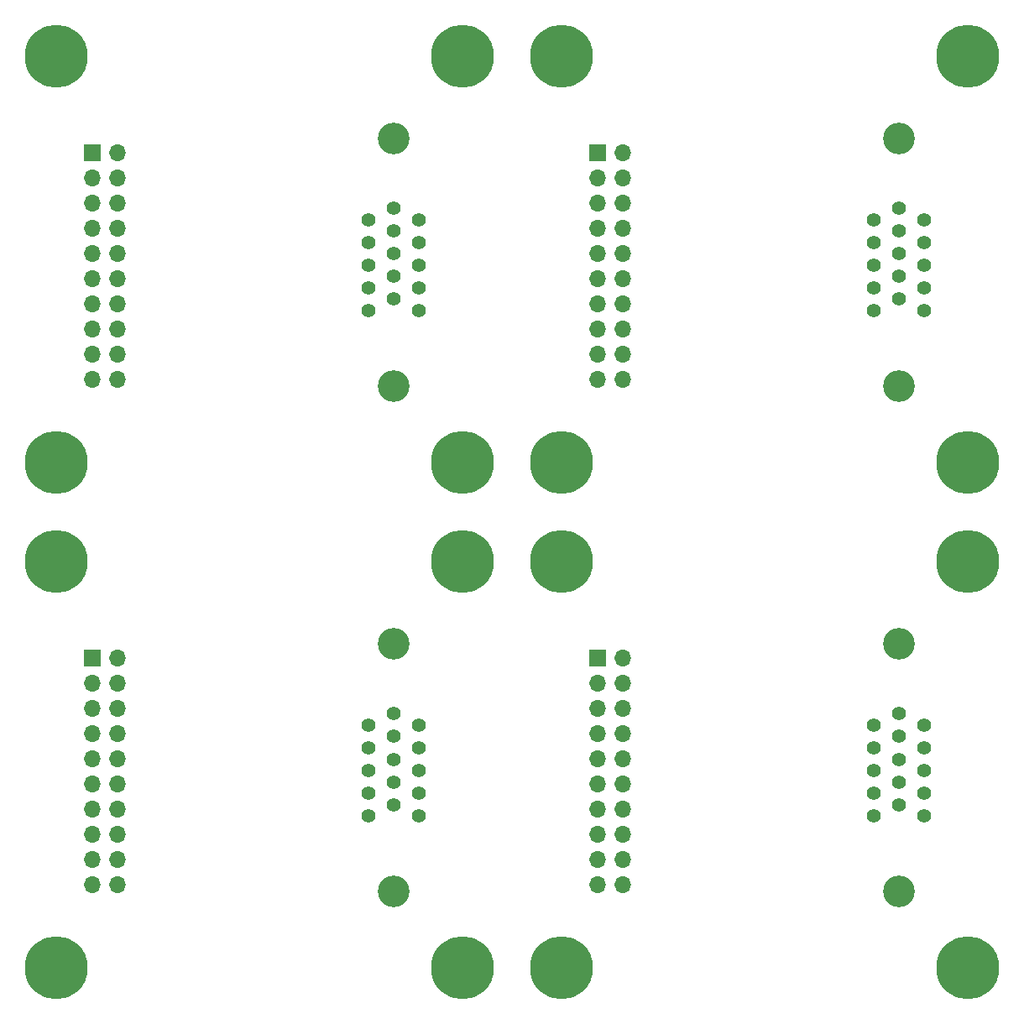
<source format=gbs>
%MOIN*%
%OFA0B0*%
%FSLAX46Y46*%
%IPPOS*%
%LPD*%
%ADD10C,0.25*%
%ADD11R,0.066929133858267723X0.066929133858267723*%
%ADD12O,0.066929133858267723X0.066929133858267723*%
%ADD13C,0.12598425196850396*%
%ADD14C,0.055000000000000007*%
%ADD25C,0.25*%
%ADD26R,0.066929133858267723X0.066929133858267723*%
%ADD27O,0.066929133858267723X0.066929133858267723*%
%ADD28C,0.12598425196850396*%
%ADD29C,0.055000000000000007*%
%ADD30C,0.25*%
%ADD31R,0.066929133858267723X0.066929133858267723*%
%ADD32O,0.066929133858267723X0.066929133858267723*%
%ADD33C,0.12598425196850396*%
%ADD34C,0.055000000000000007*%
%ADD35C,0.25*%
%ADD36R,0.066929133858267723X0.066929133858267723*%
%ADD37O,0.066929133858267723X0.066929133858267723*%
%ADD38C,0.12598425196850396*%
%ADD39C,0.055000000000000007*%
G01*
D10*
X-0000393700Y0002322834D02*
X0000157480Y0000157480D03*
X0001771653Y0000157480D03*
X0001771653Y0001771653D03*
X0000157480Y0001771653D03*
D11*
X0000301299Y0001387834D03*
D12*
X0000401299Y0001387834D03*
X0000301299Y0001287834D03*
X0000401299Y0001287834D03*
X0000301299Y0001187834D03*
X0000401299Y0001187834D03*
X0000301299Y0001087834D03*
X0000401299Y0001087834D03*
X0000301299Y0000987834D03*
X0000401299Y0000987834D03*
X0000301299Y0000887834D03*
X0000401299Y0000887834D03*
X0000301299Y0000787834D03*
X0000401299Y0000787834D03*
X0000301299Y0000687834D03*
X0000401299Y0000687834D03*
X0000301299Y0000587834D03*
X0000401299Y0000587834D03*
X0000301299Y0000487834D03*
X0000401299Y0000487834D03*
D13*
X0001498399Y0000460934D03*
X0001498399Y0001444734D03*
D14*
X0001398399Y0001122534D03*
X0001398399Y0001032334D03*
X0001398399Y0000942334D03*
X0001398399Y0000852034D03*
X0001398399Y0000761934D03*
X0001498399Y0001167634D03*
X0001498399Y0001077434D03*
X0001498399Y0000987234D03*
X0001498399Y0000897134D03*
X0001498399Y0000806934D03*
X0001598399Y0001122534D03*
X0001598399Y0001032334D03*
X0001598299Y0000942234D03*
X0001598399Y0000852034D03*
X0001598399Y0000761934D03*
G04 next file*
G04 #@! TF.GenerationSoftware,KiCad,Pcbnew,(6.0.1)*
G04 #@! TF.CreationDate,2022-05-17T17:19:42-04:00*
G04 #@! TF.ProjectId,VGAX49,56474158-3439-42e6-9b69-6361645f7063,X1*
G04 #@! TF.SameCoordinates,Original*
G04 #@! TF.FileFunction,Soldermask,Bot*
G04 #@! TF.FilePolarity,Negative*
G04 Gerber Fmt 4.6, Leading zero omitted, Abs format (unit mm)*
G04 Created by KiCad (PCBNEW (6.0.1)) date 2022-05-17 17:19:42*
G01*
G04 APERTURE LIST*
G04 APERTURE END LIST*
D25*
X0001614173Y0004330708D02*
X0002165354Y0002165354D03*
X0003779527Y0002165354D03*
X0003779527Y0003779527D03*
X0002165354Y0003779527D03*
D26*
X0002309173Y0003395708D03*
D27*
X0002409173Y0003395708D03*
X0002309173Y0003295708D03*
X0002409173Y0003295708D03*
X0002309173Y0003195708D03*
X0002409173Y0003195708D03*
X0002309173Y0003095708D03*
X0002409173Y0003095708D03*
X0002309173Y0002995708D03*
X0002409173Y0002995708D03*
X0002309173Y0002895708D03*
X0002409173Y0002895708D03*
X0002309173Y0002795708D03*
X0002409173Y0002795708D03*
X0002309173Y0002695708D03*
X0002409173Y0002695708D03*
X0002309173Y0002595708D03*
X0002409173Y0002595708D03*
X0002309173Y0002495708D03*
X0002409173Y0002495708D03*
D28*
X0003506273Y0002468808D03*
X0003506273Y0003452608D03*
D29*
X0003406273Y0003130408D03*
X0003406273Y0003040208D03*
X0003406273Y0002950208D03*
X0003406273Y0002859908D03*
X0003406273Y0002769808D03*
X0003506273Y0003175508D03*
X0003506273Y0003085308D03*
X0003506273Y0002995108D03*
X0003506273Y0002905008D03*
X0003506273Y0002814808D03*
X0003606273Y0003130408D03*
X0003606273Y0003040208D03*
X0003606173Y0002950108D03*
X0003606273Y0002859908D03*
X0003606273Y0002769808D03*
G04 next file*
G04 #@! TF.GenerationSoftware,KiCad,Pcbnew,(6.0.1)*
G04 #@! TF.CreationDate,2022-05-17T17:19:42-04:00*
G04 #@! TF.ProjectId,VGAX49,56474158-3439-42e6-9b69-6361645f7063,X1*
G04 #@! TF.SameCoordinates,Original*
G04 #@! TF.FileFunction,Soldermask,Bot*
G04 #@! TF.FilePolarity,Negative*
G04 Gerber Fmt 4.6, Leading zero omitted, Abs format (unit mm)*
G04 Created by KiCad (PCBNEW (6.0.1)) date 2022-05-17 17:19:42*
G01*
G04 APERTURE LIST*
G04 APERTURE END LIST*
D30*
X0001614173Y0002322834D02*
X0002165354Y0000157480D03*
X0003779527Y0000157480D03*
X0003779527Y0001771653D03*
X0002165354Y0001771653D03*
D31*
X0002309173Y0001387834D03*
D32*
X0002409173Y0001387834D03*
X0002309173Y0001287834D03*
X0002409173Y0001287834D03*
X0002309173Y0001187834D03*
X0002409173Y0001187834D03*
X0002309173Y0001087834D03*
X0002409173Y0001087834D03*
X0002309173Y0000987834D03*
X0002409173Y0000987834D03*
X0002309173Y0000887834D03*
X0002409173Y0000887834D03*
X0002309173Y0000787834D03*
X0002409173Y0000787834D03*
X0002309173Y0000687834D03*
X0002409173Y0000687834D03*
X0002309173Y0000587834D03*
X0002409173Y0000587834D03*
X0002309173Y0000487834D03*
X0002409173Y0000487834D03*
D33*
X0003506273Y0000460934D03*
X0003506273Y0001444734D03*
D34*
X0003406273Y0001122534D03*
X0003406273Y0001032334D03*
X0003406273Y0000942334D03*
X0003406273Y0000852034D03*
X0003406273Y0000761934D03*
X0003506273Y0001167634D03*
X0003506273Y0001077434D03*
X0003506273Y0000987234D03*
X0003506273Y0000897134D03*
X0003506273Y0000806934D03*
X0003606273Y0001122534D03*
X0003606273Y0001032334D03*
X0003606173Y0000942234D03*
X0003606273Y0000852034D03*
X0003606273Y0000761934D03*
G04 next file*
G04 #@! TF.GenerationSoftware,KiCad,Pcbnew,(6.0.1)*
G04 #@! TF.CreationDate,2022-05-17T17:19:42-04:00*
G04 #@! TF.ProjectId,VGAX49,56474158-3439-42e6-9b69-6361645f7063,X1*
G04 #@! TF.SameCoordinates,Original*
G04 #@! TF.FileFunction,Soldermask,Bot*
G04 #@! TF.FilePolarity,Negative*
G04 Gerber Fmt 4.6, Leading zero omitted, Abs format (unit mm)*
G04 Created by KiCad (PCBNEW (6.0.1)) date 2022-05-17 17:19:42*
G01*
G04 APERTURE LIST*
G04 APERTURE END LIST*
D35*
X-0000393700Y0004330708D02*
X0000157480Y0002165354D03*
X0001771653Y0002165354D03*
X0001771653Y0003779527D03*
X0000157480Y0003779527D03*
D36*
X0000301299Y0003395708D03*
D37*
X0000401299Y0003395708D03*
X0000301299Y0003295708D03*
X0000401299Y0003295708D03*
X0000301299Y0003195708D03*
X0000401299Y0003195708D03*
X0000301299Y0003095708D03*
X0000401299Y0003095708D03*
X0000301299Y0002995708D03*
X0000401299Y0002995708D03*
X0000301299Y0002895708D03*
X0000401299Y0002895708D03*
X0000301299Y0002795708D03*
X0000401299Y0002795708D03*
X0000301299Y0002695708D03*
X0000401299Y0002695708D03*
X0000301299Y0002595708D03*
X0000401299Y0002595708D03*
X0000301299Y0002495708D03*
X0000401299Y0002495708D03*
D38*
X0001498399Y0002468808D03*
X0001498399Y0003452608D03*
D39*
X0001398399Y0003130408D03*
X0001398399Y0003040208D03*
X0001398399Y0002950208D03*
X0001398399Y0002859908D03*
X0001398399Y0002769808D03*
X0001498399Y0003175508D03*
X0001498399Y0003085308D03*
X0001498399Y0002995108D03*
X0001498399Y0002905008D03*
X0001498399Y0002814808D03*
X0001598399Y0003130408D03*
X0001598399Y0003040208D03*
X0001598299Y0002950108D03*
X0001598399Y0002859908D03*
X0001598399Y0002769808D03*
M02*
</source>
